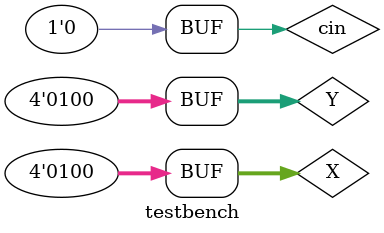
<source format=v>
`timescale 1ns / 1ps


module testbench();
    reg [3:0] X, Y;
    reg cin;
    wire [3:0] sum;
    wire cout;
    RippleCarry UUT( .X(X), .Y(Y), .cin(cin), .sum(sum), .cout(cout));
    
    initial begin
        X = 0;
        Y = 0;
        cin = 0;
        
        #10;
        for (cin=0; cin < 2; cin = cin + 1) begin
            for (X=0; X<4; X = X + 1) begin
                for (Y=0; Y<4; Y = Y + 1) begin 
                    #5;
                end
            end
        end
     end
endmodule


</source>
